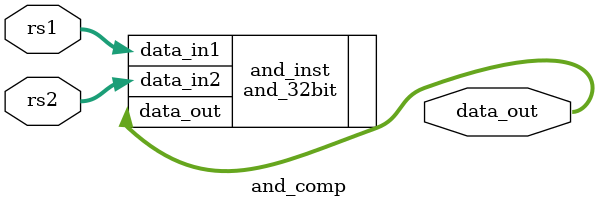
<source format=sv>
module and_comp (
// Input and Output 
	// Input Logic
	input logic		[31 : 0]		rs1,
	input logic 	[31 : 0]		rs2,
	
	// Output logic 
	output logic 	[31 : 0]		data_out
);

// And element 
and_32bit		and_inst	(
		// Input Logic
			.data_in1		(rs1),
			.data_in2		(rs2),
	
	// Output logic 
			.data_out		(data_out)
);
endmodule

</source>
